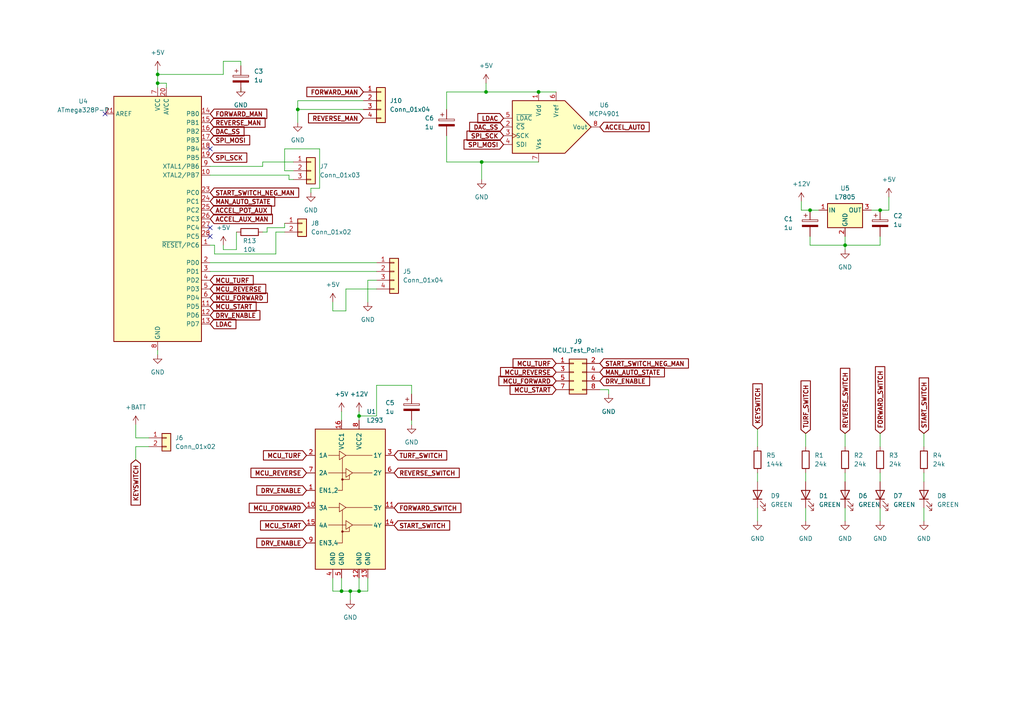
<source format=kicad_sch>
(kicad_sch (version 20230121) (generator eeschema)
  (paper "A4")
  (lib_symbols
    (symbol "Analog_DAC:MCP4901" (pin_names (offset 1.016))
      (property "Reference" "U" (at 6.35 10.795 0))
      (property "Value" "MCP4901" (at 6.35 8.89 0))
      (symbol "MCP4901_0_0"
        (polyline (pts (xy 15.24 0) (xy 7.62 7.62) (xy -7.62 7.62) (xy -7.62 -7.62) (xy 7.62 -7.62) (xy 15.24 0)) (stroke (width 0.254)) (fill (type background)))
      )
      (symbol "MCP4901_1_1"
        (pin power_in line (at 0 10.16 270) (length 2.54) (name "Vdd") (number "1"))
        (pin input line (at -10.16 0 0) (length 2.54) (name "~{CS}") (number "2"))
        (pin input clock (at -10.16 -2.54 0) (length 2.54) (name "SCK") (number "3"))
        (pin input line (at -10.16 -5.08 0) (length 2.54) (name "SDI") (number "4"))
        (pin input line (at -10.16 2.54 0) (length 2.54) (name "~{LDAC}") (number "5"))
        (pin power_in line (at 5.08 10.16 270) (length 2.54) (name "Vref") (number "6"))
        (pin power_in line (at 0 -10.16 90) (length 2.54) (name "Vss") (number "7"))
        (pin output line (at 17.78 0 180) (length 2.54) (name "Vout") (number "8"))
      )
    )
    (symbol "Connector_Generic:Conn_01x02" (pin_names (offset 1.016) hide)
      (property "Reference" "J" (at 0 2.54 0))
      (property "Value" "Conn_01x02" (at 0 -5.08 0))
      (symbol "Conn_01x02_1_1"
        (rectangle (start -1.27 -2.413) (end 0 -2.667) (stroke (width 0.1524)))
        (rectangle (start -1.27 0.127) (end 0 -0.127) (stroke (width 0.1524)))
        (rectangle (start -1.27 1.27) (end 1.27 -3.81) (stroke (width 0.254)) (fill (type background)))
        (pin passive line (at -5.08 0 0) (length 3.81) (name "Pin_1") (number "1"))
        (pin passive line (at -5.08 -2.54 0) (length 3.81) (name "Pin_2") (number "2"))
      )
    )
    (symbol "Connector_Generic:Conn_01x03" (pin_names (offset 1.016) hide)
      (property "Reference" "J" (at 0 5.08 0))
      (property "Value" "Conn_01x03" (at 0 -5.08 0))
      (symbol "Conn_01x03_1_1"
        (rectangle (start -1.27 -2.413) (end 0 -2.667) (stroke (width 0.1524)))
        (rectangle (start -1.27 0.127) (end 0 -0.127) (stroke (width 0.1524)))
        (rectangle (start -1.27 2.667) (end 0 2.413) (stroke (width 0.1524)))
        (rectangle (start -1.27 3.81) (end 1.27 -3.81) (stroke (width 0.254)) (fill (type background)))
        (pin passive line (at -5.08 2.54 0) (length 3.81) (name "Pin_1") (number "1"))
        (pin passive line (at -5.08 0 0) (length 3.81) (name "Pin_2") (number "2"))
        (pin passive line (at -5.08 -2.54 0) (length 3.81) (name "Pin_3") (number "3"))
      )
    )
    (symbol "Connector_Generic:Conn_01x04" (pin_names (offset 1.016) hide)
      (property "Reference" "J" (at 0 5.08 0))
      (property "Value" "Conn_01x04" (at 0 -7.62 0))
      (symbol "Conn_01x04_1_1"
        (rectangle (start -1.27 -4.953) (end 0 -5.207) (stroke (width 0.1524)))
        (rectangle (start -1.27 -2.413) (end 0 -2.667) (stroke (width 0.1524)))
        (rectangle (start -1.27 0.127) (end 0 -0.127) (stroke (width 0.1524)))
        (rectangle (start -1.27 2.667) (end 0 2.413) (stroke (width 0.1524)))
        (rectangle (start -1.27 3.81) (end 1.27 -6.35) (stroke (width 0.254)) (fill (type background)))
        (pin passive line (at -5.08 2.54 0) (length 3.81) (name "Pin_1") (number "1"))
        (pin passive line (at -5.08 0 0) (length 3.81) (name "Pin_2") (number "2"))
        (pin passive line (at -5.08 -2.54 0) (length 3.81) (name "Pin_3") (number "3"))
        (pin passive line (at -5.08 -5.08 0) (length 3.81) (name "Pin_4") (number "4"))
      )
    )
    (symbol "Connector_Generic:Conn_02x04_Odd_Even" (pin_names (offset 1.016) hide)
      (property "Reference" "J" (at 1.27 5.08 0))
      (property "Value" "Conn_02x04_Odd_Even" (at 1.27 -7.62 0))
      (symbol "Conn_02x04_Odd_Even_1_1"
        (rectangle (start -1.27 -4.953) (end 0 -5.207) (stroke (width 0.1524)))
        (rectangle (start -1.27 -2.413) (end 0 -2.667) (stroke (width 0.1524)))
        (rectangle (start -1.27 0.127) (end 0 -0.127) (stroke (width 0.1524)))
        (rectangle (start -1.27 2.667) (end 0 2.413) (stroke (width 0.1524)))
        (rectangle (start -1.27 3.81) (end 3.81 -6.35) (stroke (width 0.254)) (fill (type background)))
        (rectangle (start 3.81 -4.953) (end 2.54 -5.207) (stroke (width 0.1524)))
        (rectangle (start 3.81 -2.413) (end 2.54 -2.667) (stroke (width 0.1524)))
        (rectangle (start 3.81 0.127) (end 2.54 -0.127) (stroke (width 0.1524)))
        (rectangle (start 3.81 2.667) (end 2.54 2.413) (stroke (width 0.1524)))
        (pin passive line (at -5.08 2.54 0) (length 3.81) (name "Pin_1") (number "1"))
        (pin passive line (at 7.62 2.54 180) (length 3.81) (name "Pin_2") (number "2"))
        (pin passive line (at -5.08 0 0) (length 3.81) (name "Pin_3") (number "3"))
        (pin passive line (at 7.62 0 180) (length 3.81) (name "Pin_4") (number "4"))
        (pin passive line (at -5.08 -2.54 0) (length 3.81) (name "Pin_5") (number "5"))
        (pin passive line (at 7.62 -2.54 180) (length 3.81) (name "Pin_6") (number "6"))
        (pin passive line (at -5.08 -5.08 0) (length 3.81) (name "Pin_7") (number "7"))
        (pin passive line (at 7.62 -5.08 180) (length 3.81) (name "Pin_8") (number "8"))
      )
    )
    (symbol "Device:C_Polarized" (pin_numbers hide) (pin_names (offset 0.254))
      (property "Reference" "C" (at 0.635 2.54 0))
      (property "Value" "C_Polarized" (at 0.635 -2.54 0))
      (symbol "C_Polarized_0_1"
        (rectangle (start -2.286 0.508) (end 2.286 1.016))
        (polyline (pts (xy -1.778 2.286) (xy -0.762 2.286)))
        (polyline (pts (xy -1.27 2.794) (xy -1.27 1.778)))
        (rectangle (start 2.286 -0.508) (end -2.286 -1.016) (fill (type outline)))
      )
      (symbol "C_Polarized_1_1"
        (pin passive line (at 0 3.81 270) (length 2.794) (name "~") (number "1"))
        (pin passive line (at 0 -3.81 90) (length 2.794) (name "~") (number "2"))
      )
    )
    (symbol "Device:LED" (pin_numbers hide) (pin_names (offset 1.016) hide)
      (property "Reference" "D" (at 0 2.54 0))
      (property "Value" "LED" (at 0 -2.54 0))
      (symbol "LED_0_1"
        (polyline (pts (xy -1.27 -1.27) (xy -1.27 1.27)) (stroke (width 0.254)))
        (polyline (pts (xy -1.27 0) (xy 1.27 0)))
        (polyline (pts (xy 1.27 -1.27) (xy 1.27 1.27) (xy -1.27 0) (xy 1.27 -1.27)) (stroke (width 0.254)))
        (polyline (pts (xy -3.048 -0.762) (xy -4.572 -2.286) (xy -3.81 -2.286) (xy -4.572 -2.286) (xy -4.572 -1.524)))
        (polyline (pts (xy -1.778 -0.762) (xy -3.302 -2.286) (xy -2.54 -2.286) (xy -3.302 -2.286) (xy -3.302 -1.524)))
      )
      (symbol "LED_1_1"
        (pin passive line (at -3.81 0 0) (length 2.54) (name "K") (number "1"))
        (pin passive line (at 3.81 0 180) (length 2.54) (name "A") (number "2"))
      )
    )
    (symbol "Device:R" (pin_numbers hide) (pin_names (offset 0))
      (property "Reference" "R" (at 2.032 0 90))
      (property "Value" "R" (at 0 0 90))
      (symbol "R_0_1"
        (rectangle (start -1.016 -2.54) (end 1.016 2.54) (stroke (width 0.254)))
      )
      (symbol "R_1_1"
        (pin passive line (at 0 3.81 270) (length 1.27) (name "~") (number "1"))
        (pin passive line (at 0 -3.81 90) (length 1.27) (name "~") (number "2"))
      )
    )
    (symbol "Driver_Motor:L293" (pin_names (offset 1.016))
      (property "Reference" "U" (at -5.08 26.035 0))
      (property "Value" "L293" (at -5.08 24.13 0))
      (symbol "L293_0_1"
        (rectangle (start -10.16 22.86) (end 10.16 -17.78) (stroke (width 0.254)) (fill (type background)))
        (circle (center -2.286 -6.858) (radius 0.254) (fill (type outline)))
        (circle (center -2.286 8.255) (radius 0.254) (fill (type outline)))
        (polyline (pts (xy -6.35 -4.953) (xy -1.27 -4.953)))
        (polyline (pts (xy -6.35 0.127) (xy -3.175 0.127)))
        (polyline (pts (xy -6.35 10.16) (xy -1.27 10.16)))
        (polyline (pts (xy -6.35 15.24) (xy -3.175 15.24)))
        (polyline (pts (xy -1.27 0.127) (xy 6.35 0.127)))
        (polyline (pts (xy -1.27 15.24) (xy 6.35 15.24)))
        (polyline (pts (xy 0.635 -4.953) (xy 6.35 -4.953)))
        (polyline (pts (xy 0.635 10.16) (xy 6.35 10.16)))
        (polyline (pts (xy -2.286 -6.858) (xy -0.254 -6.858) (xy -0.254 -5.588)))
        (polyline (pts (xy -2.286 -0.635) (xy -2.286 -10.16) (xy -3.556 -10.16)))
        (polyline (pts (xy -2.286 8.255) (xy -0.254 8.255) (xy -0.254 9.525)))
        (polyline (pts (xy -2.286 14.478) (xy -2.286 5.08) (xy -3.556 5.08)))
        (polyline (pts (xy -3.175 1.397) (xy -3.175 -1.143) (xy -1.27 0.127) (xy -3.175 1.397)))
        (polyline (pts (xy -3.175 16.51) (xy -3.175 13.97) (xy -1.27 15.24) (xy -3.175 16.51)))
        (polyline (pts (xy -1.27 -3.683) (xy -1.27 -6.223) (xy 0.635 -4.953) (xy -1.27 -3.683)))
        (polyline (pts (xy -1.27 11.43) (xy -1.27 8.89) (xy 0.635 10.16) (xy -1.27 11.43)))
      )
      (symbol "L293_1_1"
        (pin input line (at -12.7 5.08 0) (length 2.54) (name "EN1,2") (number "1"))
        (pin input line (at -12.7 0 0) (length 2.54) (name "3A") (number "10"))
        (pin output line (at 12.7 0 180) (length 2.54) (name "3Y") (number "11"))
        (pin power_in line (at 2.54 -20.32 90) (length 2.54) (name "GND") (number "12"))
        (pin power_in line (at 5.08 -20.32 90) (length 2.54) (name "GND") (number "13"))
        (pin output line (at 12.7 -5.08 180) (length 2.54) (name "4Y") (number "14"))
        (pin input line (at -12.7 -5.08 0) (length 2.54) (name "4A") (number "15"))
        (pin power_in line (at -2.54 25.4 270) (length 2.54) (name "VCC1") (number "16"))
        (pin input line (at -12.7 15.24 0) (length 2.54) (name "1A") (number "2"))
        (pin output line (at 12.7 15.24 180) (length 2.54) (name "1Y") (number "3"))
        (pin power_in line (at -5.08 -20.32 90) (length 2.54) (name "GND") (number "4"))
        (pin power_in line (at -2.54 -20.32 90) (length 2.54) (name "GND") (number "5"))
        (pin output line (at 12.7 10.16 180) (length 2.54) (name "2Y") (number "6"))
        (pin input line (at -12.7 10.16 0) (length 2.54) (name "2A") (number "7"))
        (pin power_in line (at 2.54 25.4 270) (length 2.54) (name "VCC2") (number "8"))
        (pin input line (at -12.7 -10.16 0) (length 2.54) (name "EN3,4") (number "9"))
      )
    )
    (symbol "MCU_Microchip_ATmega:ATmega328P-P"
      (property "Reference" "U" (at -12.7 36.83 0))
      (property "Value" "ATmega328P-P" (at 2.54 -36.83 0))
      (symbol "ATmega328P-P_0_1"
        (rectangle (start -12.7 -35.56) (end 12.7 35.56) (stroke (width 0.254)) (fill (type background)))
      )
      (symbol "ATmega328P-P_1_1"
        (pin bidirectional line (at 15.24 -7.62 180) (length 2.54) (name "~{RESET}/PC6") (number "1"))
        (pin bidirectional line (at 15.24 12.7 180) (length 2.54) (name "XTAL2/PB7") (number "10"))
        (pin bidirectional line (at 15.24 -25.4 180) (length 2.54) (name "PD5") (number "11"))
        (pin bidirectional line (at 15.24 -27.94 180) (length 2.54) (name "PD6") (number "12"))
        (pin bidirectional line (at 15.24 -30.48 180) (length 2.54) (name "PD7") (number "13"))
        (pin bidirectional line (at 15.24 30.48 180) (length 2.54) (name "PB0") (number "14"))
        (pin bidirectional line (at 15.24 27.94 180) (length 2.54) (name "PB1") (number "15"))
        (pin bidirectional line (at 15.24 25.4 180) (length 2.54) (name "PB2") (number "16"))
        (pin bidirectional line (at 15.24 22.86 180) (length 2.54) (name "PB3") (number "17"))
        (pin bidirectional line (at 15.24 20.32 180) (length 2.54) (name "PB4") (number "18"))
        (pin bidirectional line (at 15.24 17.78 180) (length 2.54) (name "PB5") (number "19"))
        (pin bidirectional line (at 15.24 -12.7 180) (length 2.54) (name "PD0") (number "2"))
        (pin power_in line (at 2.54 38.1 270) (length 2.54) (name "AVCC") (number "20"))
        (pin passive line (at -15.24 30.48 0) (length 2.54) (name "AREF") (number "21"))
        (pin passive line (at 0 -38.1 90) (length 2.54) hide (name "GND") (number "22"))
        (pin bidirectional line (at 15.24 7.62 180) (length 2.54) (name "PC0") (number "23"))
        (pin bidirectional line (at 15.24 5.08 180) (length 2.54) (name "PC1") (number "24"))
        (pin bidirectional line (at 15.24 2.54 180) (length 2.54) (name "PC2") (number "25"))
        (pin bidirectional line (at 15.24 0 180) (length 2.54) (name "PC3") (number "26"))
        (pin bidirectional line (at 15.24 -2.54 180) (length 2.54) (name "PC4") (number "27"))
        (pin bidirectional line (at 15.24 -5.08 180) (length 2.54) (name "PC5") (number "28"))
        (pin bidirectional line (at 15.24 -15.24 180) (length 2.54) (name "PD1") (number "3"))
        (pin bidirectional line (at 15.24 -17.78 180) (length 2.54) (name "PD2") (number "4"))
        (pin bidirectional line (at 15.24 -20.32 180) (length 2.54) (name "PD3") (number "5"))
        (pin bidirectional line (at 15.24 -22.86 180) (length 2.54) (name "PD4") (number "6"))
        (pin power_in line (at 0 38.1 270) (length 2.54) (name "VCC") (number "7"))
        (pin power_in line (at 0 -38.1 90) (length 2.54) (name "GND") (number "8"))
        (pin bidirectional line (at 15.24 15.24 180) (length 2.54) (name "XTAL1/PB6") (number "9"))
      )
    )
    (symbol "Regulator_Linear:L7805" (pin_names (offset 0.254))
      (property "Reference" "U" (at -3.81 3.175 0))
      (property "Value" "L7805" (at 0 3.175 0))
      (symbol "L7805_0_1"
        (rectangle (start -5.08 1.905) (end 5.08 -5.08) (stroke (width 0.254)) (fill (type background)))
      )
      (symbol "L7805_1_1"
        (pin power_in line (at -7.62 0 0) (length 2.54) (name "IN") (number "1"))
        (pin power_in line (at 0 -7.62 90) (length 2.54) (name "GND") (number "2"))
        (pin power_out line (at 7.62 0 180) (length 2.54) (name "OUT") (number "3"))
      )
    )
    (symbol "power:+12V" (power) (pin_names (offset 0))
      (property "Value" "+12V" (at 0 3.556 0))
      (symbol "+12V_0_1"
        (polyline (pts (xy -0.762 1.27) (xy 0 2.54)))
        (polyline (pts (xy 0 0) (xy 0 2.54)))
        (polyline (pts (xy 0 2.54) (xy 0.762 1.27)))
      )
      (symbol "+12V_1_1"
        (pin power_in line (at 0 0 90) (length 0) hide (name "+12V") (number "1"))
      )
    )
    (symbol "power:+5V" (power) (pin_names (offset 0))
      (property "Value" "+5V" (at 0 3.556 0))
      (symbol "+5V_0_1"
        (polyline (pts (xy -0.762 1.27) (xy 0 2.54)))
        (polyline (pts (xy 0 0) (xy 0 2.54)))
        (polyline (pts (xy 0 2.54) (xy 0.762 1.27)))
      )
      (symbol "+5V_1_1"
        (pin power_in line (at 0 0 90) (length 0) hide (name "+5V") (number "1"))
      )
    )
    (symbol "power:+BATT" (power) (pin_names (offset 0))
      (property "Value" "+BATT" (at 0 3.556 0))
      (symbol "+BATT_0_1"
        (polyline (pts (xy -0.762 1.27) (xy 0 2.54)))
        (polyline (pts (xy 0 0) (xy 0 2.54)))
        (polyline (pts (xy 0 2.54) (xy 0.762 1.27)))
      )
      (symbol "+BATT_1_1"
        (pin power_in line (at 0 0 90) (length 0) hide (name "+BATT") (number "1"))
      )
    )
    (symbol "power:GND" (power) (pin_names (offset 0))
      (property "Value" "GND" (at 0 -3.81 0))
      (symbol "GND_0_1"
        (polyline (pts (xy 0 0) (xy 0 -1.27) (xy 1.27 -1.27) (xy 0 -2.54) (xy -1.27 -1.27) (xy 0 -1.27)))
      )
      (symbol "GND_1_1"
        (pin power_in line (at 0 0 270) (length 0) hide (name "GND") (number "1"))
      )
    )
  )
  (junction (at 101.6 171.45))
  (junction (at 139.7 46.99))
  (junction (at 104.14 171.45))
  (junction (at 45.72 24.13))
  (junction (at 45.72 21.59))
  (junction (at 255.27 60.96))
  (junction (at 140.97 26.67))
  (junction (at 86.36 31.75))
  (junction (at 104.14 120.65))
  (junction (at 99.06 171.45))
  (junction (at 156.21 26.67))
  (junction (at 245.11 71.12))
  (junction (at 234.95 60.96))
  (no_connect (at 60.96 66.04))
  (no_connect (at 60.96 43.18))
  (no_connect (at 60.96 68.58))
  (no_connect (at 30.48 33.02))
  (wire (pts (xy 232.41 60.96) (xy 234.95 60.96)))
  (wire (pts (xy 234.95 68.58) (xy 234.95 71.12)))
  (wire (pts (xy 245.11 71.12) (xy 245.11 72.39)))
  (wire (pts (xy 64.77 72.39) (xy 68.58 72.39)))
  (wire (pts (xy 85.09 49.53) (xy 82.55 49.53)))
  (wire (pts (xy 267.97 137.16) (xy 267.97 139.7)))
  (wire (pts (xy 45.72 21.59) (xy 64.77 21.59)))
  (wire (pts (xy 106.68 171.45) (xy 104.14 171.45)))
  (wire (pts (xy 234.95 71.12) (xy 245.11 71.12)))
  (wire (pts (xy 96.52 90.17) (xy 96.52 87.63)))
  (wire (pts (xy 139.7 46.99) (xy 156.21 46.99)))
  (wire (pts (xy 109.22 81.28) (xy 106.68 81.28)))
  (wire (pts (xy 234.95 60.96) (xy 237.49 60.96)))
  (wire (pts (xy 232.41 58.42) (xy 232.41 60.96)))
  (wire (pts (xy 86.36 31.75) (xy 86.36 35.56)))
  (wire (pts (xy 82.55 49.53) (xy 82.55 43.18)))
  (wire (pts (xy 255.27 137.16) (xy 255.27 139.7)))
  (wire (pts (xy 64.77 21.59) (xy 64.77 17.78)))
  (wire (pts (xy 39.37 123.19) (xy 39.37 127)))
  (wire (pts (xy 106.68 167.64) (xy 106.68 171.45)))
  (wire (pts (xy 140.97 26.67) (xy 129.54 26.67)))
  (wire (pts (xy 77.47 67.31) (xy 77.47 66.04)))
  (wire (pts (xy 39.37 129.54) (xy 39.37 133.35)))
  (wire (pts (xy 68.58 67.31) (xy 68.58 72.39)))
  (wire (pts (xy 104.14 120.65) (xy 109.22 120.65)))
  (wire (pts (xy 140.97 26.67) (xy 156.21 26.67)))
  (wire (pts (xy 173.99 113.03) (xy 176.53 113.03)))
  (wire (pts (xy 156.21 26.67) (xy 161.29 26.67)))
  (wire (pts (xy 104.14 119.38) (xy 104.14 120.65)))
  (wire (pts (xy 48.26 24.13) (xy 45.72 24.13)))
  (wire (pts (xy 219.71 137.16) (xy 219.71 139.7)))
  (wire (pts (xy 80.01 67.31) (xy 80.01 73.66)))
  (wire (pts (xy 96.52 167.64) (xy 96.52 171.45)))
  (wire (pts (xy 101.6 171.45) (xy 104.14 171.45)))
  (wire (pts (xy 119.38 121.92) (xy 119.38 123.19)))
  (wire (pts (xy 104.14 167.64) (xy 104.14 171.45)))
  (wire (pts (xy 60.96 50.8) (xy 83.82 50.8)))
  (wire (pts (xy 77.47 66.04) (xy 82.55 66.04)))
  (wire (pts (xy 83.82 50.8) (xy 83.82 52.07)))
  (wire (pts (xy 85.09 46.99) (xy 76.2 46.99)))
  (wire (pts (xy 101.6 171.45) (xy 101.6 173.99)))
  (wire (pts (xy 45.72 101.6) (xy 45.72 102.87)))
  (wire (pts (xy 43.18 129.54) (xy 39.37 129.54)))
  (wire (pts (xy 60.96 71.12) (xy 62.23 71.12)))
  (wire (pts (xy 45.72 21.59) (xy 45.72 24.13)))
  (wire (pts (xy 76.2 67.31) (xy 77.47 67.31)))
  (wire (pts (xy 76.2 46.99) (xy 76.2 48.26)))
  (wire (pts (xy 60.96 78.74) (xy 109.22 78.74)))
  (wire (pts (xy 245.11 129.54) (xy 245.11 125.73)))
  (wire (pts (xy 267.97 147.32) (xy 267.97 151.13)))
  (wire (pts (xy 255.27 68.58) (xy 255.27 71.12)))
  (wire (pts (xy 255.27 147.32) (xy 255.27 151.13)))
  (wire (pts (xy 92.71 54.61) (xy 90.17 54.61)))
  (wire (pts (xy 233.68 137.16) (xy 233.68 139.7)))
  (wire (pts (xy 100.33 90.17) (xy 96.52 90.17)))
  (wire (pts (xy 99.06 119.38) (xy 99.06 121.92)))
  (wire (pts (xy 105.41 29.21) (xy 86.36 29.21)))
  (wire (pts (xy 245.11 68.58) (xy 245.11 71.12)))
  (wire (pts (xy 99.06 171.45) (xy 101.6 171.45)))
  (wire (pts (xy 252.73 60.96) (xy 255.27 60.96)))
  (wire (pts (xy 245.11 137.16) (xy 245.11 139.7)))
  (wire (pts (xy 140.97 24.13) (xy 140.97 26.67)))
  (wire (pts (xy 106.68 81.28) (xy 106.68 87.63)))
  (wire (pts (xy 90.17 54.61) (xy 90.17 55.88)))
  (wire (pts (xy 104.14 120.65) (xy 104.14 121.92)))
  (wire (pts (xy 64.77 17.78) (xy 69.85 17.78)))
  (wire (pts (xy 267.97 129.54) (xy 267.97 125.73)))
  (wire (pts (xy 92.71 43.18) (xy 92.71 54.61)))
  (wire (pts (xy 129.54 39.37) (xy 129.54 46.99)))
  (wire (pts (xy 105.41 31.75) (xy 86.36 31.75)))
  (wire (pts (xy 139.7 52.07) (xy 139.7 46.99)))
  (wire (pts (xy 45.72 20.32) (xy 45.72 21.59)))
  (wire (pts (xy 69.85 17.78) (xy 69.85 19.05)))
  (wire (pts (xy 86.36 29.21) (xy 86.36 31.75)))
  (wire (pts (xy 45.72 24.13) (xy 45.72 25.4)))
  (wire (pts (xy 99.06 167.64) (xy 99.06 171.45)))
  (wire (pts (xy 96.52 171.45) (xy 99.06 171.45)))
  (wire (pts (xy 119.38 114.3) (xy 119.38 111.76)))
  (wire (pts (xy 82.55 66.04) (xy 82.55 64.77)))
  (wire (pts (xy 64.77 71.12) (xy 64.77 72.39)))
  (wire (pts (xy 255.27 60.96) (xy 257.81 60.96)))
  (wire (pts (xy 80.01 67.31) (xy 82.55 67.31)))
  (wire (pts (xy 233.68 129.54) (xy 233.68 125.73)))
  (wire (pts (xy 176.53 113.03) (xy 176.53 114.3)))
  (wire (pts (xy 60.96 76.2) (xy 109.22 76.2)))
  (wire (pts (xy 100.33 83.82) (xy 109.22 83.82)))
  (wire (pts (xy 39.37 127) (xy 43.18 127)))
  (wire (pts (xy 100.33 83.82) (xy 100.33 90.17)))
  (wire (pts (xy 255.27 129.54) (xy 255.27 125.73)))
  (wire (pts (xy 82.55 43.18) (xy 92.71 43.18)))
  (wire (pts (xy 129.54 31.75) (xy 129.54 26.67)))
  (wire (pts (xy 83.82 52.07) (xy 85.09 52.07)))
  (wire (pts (xy 62.23 73.66) (xy 80.01 73.66)))
  (wire (pts (xy 245.11 147.32) (xy 245.11 151.13)))
  (wire (pts (xy 119.38 111.76) (xy 109.22 111.76)))
  (wire (pts (xy 233.68 147.32) (xy 233.68 151.13)))
  (wire (pts (xy 76.2 48.26) (xy 60.96 48.26)))
  (wire (pts (xy 139.7 46.99) (xy 129.54 46.99)))
  (wire (pts (xy 219.71 124.46) (xy 219.71 129.54)))
  (wire (pts (xy 62.23 71.12) (xy 62.23 73.66)))
  (wire (pts (xy 255.27 71.12) (xy 245.11 71.12)))
  (wire (pts (xy 257.81 57.15) (xy 257.81 60.96)))
  (wire (pts (xy 48.26 25.4) (xy 48.26 24.13)))
  (wire (pts (xy 69.85 25.4) (xy 69.85 26.67)))
  (wire (pts (xy 109.22 111.76) (xy 109.22 120.65)))
  (wire (pts (xy 219.71 147.32) (xy 219.71 151.13)))
  (global_label "KEYSWITCH" (shape input) (at 219.71 124.46 90) (effects (font bold)) (property "Intersheetrefs" "${INTERSHEET_REFS}" (effects hide)))
  (global_label "MAN_AUTO_STATE" (shape input) (at 173.99 107.95 0) (effects (font bold)) (property "Intersheetrefs" "${INTERSHEET_REFS}" (effects hide)))
  (global_label "MCU_FORWARD" (shape input) (at 88.9 147.32 180) (effects (font (thickness 0.254) bold)) (property "Intersheetrefs" "${INTERSHEET_REFS}" (effects hide)))
  (global_label "DAC_SS" (shape input) (at 60.96 38.1 0) (effects (font (thickness 0.254) bold)) (property "Intersheetrefs" "${INTERSHEET_REFS}" (effects hide)))
  (global_label "FORWARD_SWITCH" (shape input) (at 114.3 147.32 0) (effects (font bold)) (property "Intersheetrefs" "${INTERSHEET_REFS}" (effects hide)))
  (global_label "MCU_START" (shape input) (at 60.96 88.9 0) (effects (font (thickness 0.254) bold)) (property "Intersheetrefs" "${INTERSHEET_REFS}" (effects hide)))
  (global_label "DRV_ENABLE" (shape input) (at 173.99 110.49 0) (effects (font bold)) (property "Intersheetrefs" "${INTERSHEET_REFS}" (effects hide)))
  (global_label "DRV_ENABLE" (shape input) (at 88.9 157.48 180) (effects (font bold)) (property "Intersheetrefs" "${INTERSHEET_REFS}" (effects hide)))
  (global_label "START_SWITCH_NEG_MAN" (shape input) (at 173.99 105.41 0) (effects (font (thickness 0.254) bold)) (property "Intersheetrefs" "${INTERSHEET_REFS}" (effects hide)))
  (global_label "MCU_START" (shape input) (at 161.29 113.03 180) (effects (font (thickness 0.254) bold)) (property "Intersheetrefs" "${INTERSHEET_REFS}" (effects hide)))
  (global_label "SPI_SCK" (shape input) (at 60.96 45.72 0) (effects (font (thickness 0.254) bold)) (property "Intersheetrefs" "${INTERSHEET_REFS}" (effects hide)))
  (global_label "FORWARD_SWITCH" (shape input) (at 255.27 125.73 90) (effects (font bold)) (property "Intersheetrefs" "${INTERSHEET_REFS}" (effects hide)))
  (global_label "FORWARD_MAN" (shape input) (at 60.96 33.02 0) (effects (font (thickness 0.254) bold)) (property "Intersheetrefs" "${INTERSHEET_REFS}" (effects hide)))
  (global_label "MCU_TURF" (shape input) (at 161.29 105.41 180) (effects (font (thickness 0.254) bold)) (property "Intersheetrefs" "${INTERSHEET_REFS}" (effects hide)))
  (global_label "TURF_SWITCH" (shape input) (at 233.68 125.73 90) (effects (font bold)) (property "Intersheetrefs" "${INTERSHEET_REFS}" (effects hide)))
  (global_label "MCU_FORWARD" (shape input) (at 161.29 110.49 180) (effects (font (thickness 0.254) bold)) (property "Intersheetrefs" "${INTERSHEET_REFS}" (effects hide)))
  (global_label "DRV_ENABLE" (shape input) (at 60.96 91.44 0) (effects (font bold)) (property "Intersheetrefs" "${INTERSHEET_REFS}" (effects hide)))
  (global_label "START_SWITCH_NEG_MAN" (shape input) (at 60.96 55.88 0) (effects (font (thickness 0.254) bold)) (property "Intersheetrefs" "${INTERSHEET_REFS}" (effects hide)))
  (global_label "KEYSWITCH" (shape input) (at 39.37 133.35 270) (effects (font bold)) (property "Intersheetrefs" "${INTERSHEET_REFS}" (effects hide)))
  (global_label "MCU_REVERSE" (shape input) (at 88.9 137.16 180) (effects (font (thickness 0.254) bold)) (property "Intersheetrefs" "${INTERSHEET_REFS}" (effects hide)))
  (global_label "LDAC" (shape input) (at 60.96 93.98 0) (effects (font (thickness 0.254) bold)) (property "Intersheetrefs" "${INTERSHEET_REFS}" (effects hide)))
  (global_label "REVERSE_MAN" (shape input) (at 105.41 34.29 180) (effects (font (thickness 0.254) bold)) (property "Intersheetrefs" "${INTERSHEET_REFS}" (effects hide)))
  (global_label "REVERSE_SWITCH" (shape input) (at 245.11 125.73 90) (effects (font bold)) (property "Intersheetrefs" "${INTERSHEET_REFS}" (effects hide)))
  (global_label "MCU_TURF" (shape input) (at 88.9 132.08 180) (effects (font (thickness 0.254) bold)) (property "Intersheetrefs" "${INTERSHEET_REFS}" (effects hide)))
  (global_label "MAN_AUTO_STATE" (shape input) (at 60.96 58.42 0) (effects (font bold)) (property "Intersheetrefs" "${INTERSHEET_REFS}" (effects hide)))
  (global_label "MCU_REVERSE" (shape input) (at 161.29 107.95 180) (effects (font (thickness 0.254) bold)) (property "Intersheetrefs" "${INTERSHEET_REFS}" (effects hide)))
  (global_label "REVERSE_SWITCH" (shape input) (at 114.3 137.16 0) (effects (font bold)) (property "Intersheetrefs" "${INTERSHEET_REFS}" (effects hide)))
  (global_label "START_SWITCH" (shape input) (at 114.3 152.4 0) (effects (font (thickness 0.254) bold)) (property "Intersheetrefs" "${INTERSHEET_REFS}" (effects hide)))
  (global_label "ACCEL_AUTO" (shape input) (at 173.99 36.83 0) (effects (font (thickness 0.254) bold)) (property "Intersheetrefs" "${INTERSHEET_REFS}" (effects hide)))
  (global_label "REVERSE_MAN" (shape input) (at 60.96 35.56 0) (effects (font (thickness 0.254) bold)) (property "Intersheetrefs" "${INTERSHEET_REFS}" (effects hide)))
  (global_label "FORWARD_MAN" (shape input) (at 105.41 26.67 180) (effects (font (thickness 0.254) bold)) (property "Intersheetrefs" "${INTERSHEET_REFS}" (effects hide)))
  (global_label "TURF_SWITCH" (shape input) (at 114.3 132.08 0) (effects (font bold)) (property "Intersheetrefs" "${INTERSHEET_REFS}" (effects hide)))
  (global_label "SPI_MOSI" (shape input) (at 146.05 41.91 180) (effects (font (thickness 0.254) bold)) (property "Intersheetrefs" "${INTERSHEET_REFS}" (effects hide)))
  (global_label "MCU_FORWARD" (shape input) (at 60.96 86.36 0) (effects (font (thickness 0.254) bold)) (property "Intersheetrefs" "${INTERSHEET_REFS}" (effects hide)))
  (global_label "MCU_TURF" (shape input) (at 60.96 81.28 0) (effects (font (thickness 0.254) bold)) (property "Intersheetrefs" "${INTERSHEET_REFS}" (effects hide)))
  (global_label "DRV_ENABLE" (shape input) (at 88.9 142.24 180) (effects (font bold)) (property "Intersheetrefs" "${INTERSHEET_REFS}" (effects hide)))
  (global_label "SPI_MOSI" (shape input) (at 60.96 40.64 0) (effects (font (thickness 0.254) bold)) (property "Intersheetrefs" "${INTERSHEET_REFS}" (effects hide)))
  (global_label "DAC_SS" (shape input) (at 146.05 36.83 180) (effects (font (thickness 0.254) bold)) (property "Intersheetrefs" "${INTERSHEET_REFS}" (effects hide)))
  (global_label "ACCEL_POT_AUX" (shape input) (at 60.96 60.96 0) (effects (font bold)) (property "Intersheetrefs" "${INTERSHEET_REFS}" (effects hide)))
  (global_label "START_SWITCH" (shape input) (at 267.97 125.73 90) (effects (font (thickness 0.254) bold)) (property "Intersheetrefs" "${INTERSHEET_REFS}" (effects hide)))
  (global_label "SPI_SCK" (shape input) (at 146.05 39.37 180) (effects (font (thickness 0.254) bold)) (property "Intersheetrefs" "${INTERSHEET_REFS}" (effects hide)))
  (global_label "MCU_REVERSE" (shape input) (at 60.96 83.82 0) (effects (font (thickness 0.254) bold)) (property "Intersheetrefs" "${INTERSHEET_REFS}" (effects hide)))
  (global_label "LDAC" (shape input) (at 146.05 34.29 180) (effects (font (thickness 0.254) bold)) (property "Intersheetrefs" "${INTERSHEET_REFS}" (effects hide)))
  (global_label "MCU_START" (shape input) (at 88.9 152.4 180) (effects (font (thickness 0.254) bold)) (property "Intersheetrefs" "${INTERSHEET_REFS}" (effects hide)))
  (global_label "ACCEL_AUX_MAN" (shape input) (at 60.96 63.5 0) (effects (font (thickness 0.254) bold)) (property "Intersheetrefs" "${INTERSHEET_REFS}" (effects hide)))
  (symbol (lib_id "Device:C_Polarized") (at 119.38 118.11 0) (unit 1)
    (property "Reference" "C5" (at 111.76 116.84 0) (effects (justify left)))
    (property "Value" "1u" (at 111.76 119.38 0) (effects (justify left)))
    (property "Footprint" "Capacitor_THT:CP_Radial_D5.0mm_P2.00mm" (effects hide))
  )
  (symbol (lib_id "Device:C_Polarized") (at 129.54 35.56 0) (unit 1)
    (property "Reference" "C6" (at 123.19 34.29 0) (effects (justify left)))
    (property "Value" "1u" (at 123.19 36.83 0) (effects (justify left)))
    (property "Footprint" "Capacitor_THT:CP_Radial_D5.0mm_P2.00mm" (effects hide))
  )
  (symbol (lib_id "Device:LED") (at 255.27 143.51 90) (unit 1)
    (property "Reference" "D7" (at 259.08 143.8275 90) (effects (justify right)))
    (property "Value" "GREEN" (at 259.08 146.3675 90) (effects (justify right)))
    (property "Footprint" "LED_THT:LED_D5.0mm" (effects hide))
  )
  (symbol (lib_id "power:GND") (at 139.7 52.07 0) (unit 1)
    (property "Reference" "#PWR043" (effects hide))
    (property "Value" "GND" (at 139.7 57.15 0))
  )
  (symbol (lib_id "Connector_Generic:Conn_01x03") (at 90.17 49.53 0) (unit 1)
    (property "Reference" "J7" (at 92.71 48.26 0) (effects (justify left)))
    (property "Value" "Conn_01x03" (at 92.71 50.8 0) (effects (justify left)))
    (property "Footprint" "Connector_PinHeader_2.54mm:PinHeader_1x03_P2.54mm_Vertical" (effects hide))
  )
  (symbol (lib_id "power:GND") (at 219.71 151.13 0) (unit 1)
    (property "Reference" "#PWR042" (effects hide))
    (property "Value" "GND" (at 219.71 156.21 0))
  )
  (symbol (lib_id "power:+BATT") (at 39.37 123.19 0) (unit 1)
    (property "Reference" "#PWR015" (effects hide))
    (property "Value" "+BATT" (at 39.37 118.11 0))
  )
  (symbol (lib_id "Connector_Generic:Conn_01x02") (at 87.63 64.77 0) (unit 1)
    (property "Reference" "J8" (at 90.17 64.77 0) (effects (justify left)))
    (property "Value" "Conn_01x02" (at 90.17 67.31 0) (effects (justify left)))
    (property "Footprint" "Connector_PinHeader_2.54mm:PinHeader_1x02_P2.54mm_Vertical" (effects hide))
  )
  (symbol (lib_id "Device:R") (at 255.27 133.35 0) (unit 1)
    (property "Reference" "R3" (at 257.81 132.08 0) (effects (justify left)))
    (property "Value" "24k" (at 257.81 134.62 0) (effects (justify left)))
    (property "Footprint" "bridge:THT_RESISTOR_WITH_VALUE" (effects hide))
  )
  (symbol (lib_id "Device:R") (at 72.39 67.31 270) (mirror x) (unit 1)
    (property "Reference" "R13" (at 72.39 69.85 90))
    (property "Value" "10k" (at 72.39 72.39 90))
    (property "Footprint" "bridge:THT_RESISTOR_WITH_VALUE" (effects hide))
  )
  (symbol (lib_id "power:+5V") (at 99.06 119.38 0) (unit 1)
    (property "Reference" "#PWR017" (effects hide))
    (property "Value" "+5V" (at 99.06 114.3 0))
  )
  (symbol (lib_id "Device:LED") (at 219.71 143.51 90) (unit 1)
    (property "Reference" "D9" (at 223.52 143.8275 90) (effects (justify right)))
    (property "Value" "GREEN" (at 223.52 146.3675 90) (effects (justify right)))
    (property "Footprint" "LED_THT:LED_D5.0mm" (effects hide))
  )
  (symbol (lib_id "power:+5V") (at 64.77 71.12 0) (mirror y) (unit 1)
    (property "Reference" "#PWR013" (effects hide))
    (property "Value" "+5V" (at 64.77 66.04 0))
  )
  (symbol (lib_id "MCU_Microchip_ATmega:ATmega328P-P") (at 45.72 63.5 0) (unit 1)
    (property "Reference" "U4" (at 24.13 29.3721 0))
    (property "Value" "ATmega328P-P" (at 24.13 31.9121 0))
    (property "Footprint" "Package_DIP:DIP-28_W7.62mm" (effects hide))
    (property "Datasheet" "http://ww1.microchip.com/downloads/en/DeviceDoc/ATmega328_P%20AVR%20MCU%20with%20picoPower%20Technology%20Data%20Sheet%2040001984A.pdf" (effects hide))
  )
  (symbol (lib_id "power:+5V") (at 140.97 24.13 0) (unit 1)
    (property "Reference" "#PWR028" (effects hide))
    (property "Value" "+5V" (at 140.97 19.05 0))
  )
  (symbol (lib_id "power:GND") (at 106.68 87.63 0) (unit 1)
    (property "Reference" "#PWR032" (effects hide))
    (property "Value" "GND" (at 106.68 92.71 0))
  )
  (symbol (lib_id "power:GND") (at 45.72 102.87 0) (unit 1)
    (property "Reference" "#PWR014" (effects hide))
    (property "Value" "GND" (at 45.72 107.95 0))
  )
  (symbol (lib_id "power:GND") (at 233.68 151.13 0) (unit 1)
    (property "Reference" "#PWR037" (effects hide))
    (property "Value" "GND" (at 233.68 156.21 0))
  )
  (symbol (lib_id "Device:R") (at 267.97 133.35 0) (unit 1)
    (property "Reference" "R4" (at 270.51 132.08 0) (effects (justify left)))
    (property "Value" "24k" (at 270.51 134.62 0) (effects (justify left)))
    (property "Footprint" "bridge:THT_RESISTOR_WITH_VALUE" (effects hide))
  )
  (symbol (lib_id "power:GND") (at 245.11 72.39 0) (unit 1)
    (property "Reference" "#PWR05" (effects hide))
    (property "Value" "GND" (at 245.11 77.47 0))
  )
  (symbol (lib_id "power:GND") (at 90.17 55.88 0) (unit 1)
    (property "Reference" "#PWR033" (effects hide))
    (property "Value" "GND" (at 90.17 60.96 0))
  )
  (symbol (lib_id "Device:LED") (at 267.97 143.51 90) (unit 1)
    (property "Reference" "D8" (at 271.78 143.8275 90) (effects (justify right)))
    (property "Value" "GREEN" (at 271.78 146.3675 90) (effects (justify right)))
    (property "Footprint" "LED_THT:LED_D5.0mm" (effects hide))
  )
  (symbol (lib_id "power:+12V") (at 232.41 58.42 0) (unit 1)
    (property "Reference" "#PWR035" (effects hide))
    (property "Value" "+12V" (at 232.41 53.34 0))
  )
  (symbol (lib_id "Device:R") (at 233.68 133.35 0) (unit 1)
    (property "Reference" "R1" (at 236.22 132.08 0) (effects (justify left)))
    (property "Value" "24k" (at 236.22 134.62 0) (effects (justify left)))
    (property "Footprint" "bridge:THT_RESISTOR_WITH_VALUE" (effects hide))
  )
  (symbol (lib_id "power:GND") (at 255.27 151.13 0) (unit 1)
    (property "Reference" "#PWR039" (effects hide))
    (property "Value" "GND" (at 255.27 156.21 0))
  )
  (symbol (lib_id "Connector_Generic:Conn_01x04") (at 114.3 78.74 0) (unit 1)
    (property "Reference" "J5" (at 116.84 78.74 0) (effects (justify left)))
    (property "Value" "Conn_01x04" (at 116.84 81.28 0) (effects (justify left)))
    (property "Footprint" "Connector_PinHeader_2.54mm:PinHeader_1x04_P2.54mm_Vertical" (effects hide))
  )
  (symbol (lib_id "power:GND") (at 176.53 114.3 0) (unit 1)
    (property "Reference" "#PWR019" (effects hide))
    (property "Value" "GND" (at 176.53 119.38 0))
  )
  (symbol (lib_id "Device:C_Polarized") (at 69.85 22.86 0) (unit 1)
    (property "Reference" "C3" (at 73.66 20.701 0) (effects (justify left)))
    (property "Value" "1u" (at 73.66 23.241 0) (effects (justify left)))
    (property "Footprint" "Capacitor_THT:CP_Radial_D5.0mm_P2.00mm" (effects hide))
  )
  (symbol (lib_id "Device:LED") (at 233.68 143.51 90) (unit 1)
    (property "Reference" "D1" (at 237.49 143.8275 90) (effects (justify right)))
    (property "Value" "GREEN" (at 237.49 146.3675 90) (effects (justify right)))
    (property "Footprint" "LED_THT:LED_D5.0mm" (effects hide))
  )
  (symbol (lib_id "Analog_DAC:MCP4901") (at 156.21 36.83 0) (unit 1)
    (property "Reference" "U6" (at 175.26 30.48 0))
    (property "Value" "MCP4901" (at 175.26 33.02 0))
    (property "Datasheet" "http://ww1.microchip.com/downloads/en/DeviceDoc/22248a.pdf" (effects hide))
  )
  (symbol (lib_id "Device:R") (at 219.71 133.35 0) (unit 1)
    (property "Reference" "R5" (at 222.25 132.08 0) (effects (justify left)))
    (property "Value" "144k" (at 222.25 134.62 0) (effects (justify left)))
    (property "Footprint" "bridge:THT_RESISTOR_WITH_VALUE" (effects hide))
  )
  (symbol (lib_id "power:+5V") (at 45.72 20.32 0) (unit 1)
    (property "Reference" "#PWR031" (effects hide))
    (property "Value" "+5V" (at 45.72 15.24 0))
  )
  (symbol (lib_id "Regulator_Linear:L7805") (at 245.11 60.96 0) (unit 1)
    (property "Reference" "U5" (at 245.11 54.61 0))
    (property "Value" "L7805" (at 245.11 57.15 0))
    (property "Footprint" "Package_TO_SOT_THT:TO-220-3_Horizontal_TabDown" (effects hide))
    (property "Datasheet" "http://www.st.com/content/ccc/resource/technical/document/datasheet/41/4f/b3/b0/12/d4/47/88/CD00000444.pdf/files/CD00000444.pdf/jcr:content/translations/en.CD00000444.pdf" (effects hide))
  )
  (symbol (lib_id "power:GND") (at 69.85 25.4 0) (unit 1)
    (property "Reference" "#PWR036" (effects hide))
    (property "Value" "GND" (at 69.85 30.48 0))
  )
  (symbol (lib_id "Connector_Generic:Conn_01x04") (at 110.49 29.21 0) (unit 1)
    (property "Reference" "J10" (at 113.03 29.21 0) (effects (justify left)))
    (property "Value" "Conn_01x04" (at 113.03 31.75 0) (effects (justify left)))
  )
  (symbol (lib_id "power:GND") (at 101.6 173.99 0) (unit 1)
    (property "Reference" "#PWR016" (effects hide))
    (property "Value" "GND" (at 101.6 179.07 0))
  )
  (symbol (lib_id "power:+5V") (at 257.81 57.15 0) (unit 1)
    (property "Reference" "#PWR010" (effects hide))
    (property "Value" "+5V" (at 257.81 52.07 0))
  )
  (symbol (lib_id "Device:C_Polarized") (at 234.95 64.77 0) (unit 1)
    (property "Reference" "C1" (at 227.33 63.5 0) (effects (justify left)))
    (property "Value" "1u" (at 227.33 66.04 0) (effects (justify left)))
    (property "Footprint" "Capacitor_THT:CP_Radial_D5.0mm_P2.00mm" (effects hide))
  )
  (symbol (lib_id "Device:C_Polarized") (at 255.27 64.77 0) (unit 1)
    (property "Reference" "C2" (at 259.08 62.611 0) (effects (justify left)))
    (property "Value" "1u" (at 259.08 65.151 0) (effects (justify left)))
    (property "Footprint" "Capacitor_THT:CP_Radial_D5.0mm_P2.00mm" (effects hide))
  )
  (symbol (lib_id "power:GND") (at 267.97 151.13 0) (unit 1)
    (property "Reference" "#PWR040" (effects hide))
    (property "Value" "GND" (at 267.97 156.21 0))
  )
  (symbol (lib_id "power:GND") (at 245.11 151.13 0) (unit 1)
    (property "Reference" "#PWR038" (effects hide))
    (property "Value" "GND" (at 245.11 156.21 0))
  )
  (symbol (lib_id "power:GND") (at 86.36 35.56 0) (unit 1)
    (property "Reference" "#PWR029" (effects hide))
    (property "Value" "GND" (at 86.36 40.64 0))
  )
  (symbol (lib_id "power:+5V") (at 96.52 87.63 0) (mirror y) (unit 1)
    (property "Reference" "#PWR034" (effects hide))
    (property "Value" "+5V" (at 96.52 82.55 0))
  )
  (symbol (lib_id "power:GND") (at 119.38 123.19 0) (unit 1)
    (property "Reference" "#PWR041" (effects hide))
    (property "Value" "GND" (at 119.38 128.27 0))
  )
  (symbol (lib_id "Connector_Generic:Conn_02x04_Odd_Even") (at 166.37 107.95 0) (unit 1)
    (property "Reference" "J9" (at 167.64 99.06 0))
    (property "Value" "MCU_Test_Point" (at 167.64 101.6 0))
    (property "Footprint" "Connector_PinHeader_2.54mm:PinHeader_2x04_P2.54mm_Vertical" (effects hide))
  )
  (symbol (lib_id "Device:LED") (at 245.11 143.51 90) (unit 1)
    (property "Reference" "D6" (at 248.92 143.8275 90) (effects (justify right)))
    (property "Value" "GREEN" (at 248.92 146.3675 90) (effects (justify right)))
    (property "Footprint" "LED_THT:LED_D5.0mm" (effects hide))
  )
  (symbol (lib_id "Device:R") (at 245.11 133.35 0) (unit 1)
    (property "Reference" "R2" (at 247.65 132.08 0) (effects (justify left)))
    (property "Value" "24k" (at 247.65 134.62 0) (effects (justify left)))
    (property "Footprint" "bridge:THT_RESISTOR_WITH_VALUE" (effects hide))
  )
  (symbol (lib_id "Connector_Generic:Conn_01x02") (at 48.26 127 0) (unit 1)
    (property "Reference" "J6" (at 50.8 127 0) (effects (justify left)))
    (property "Value" "Conn_01x02" (at 50.8 129.54 0) (effects (justify left)))
    (property "Footprint" "Connector_PinHeader_2.54mm:PinHeader_1x02_P2.54mm_Vertical" (effects hide))
  )
  (symbol (lib_id "power:+12V") (at 104.14 119.38 0) (unit 1)
    (property "Reference" "#PWR018" (effects hide))
    (property "Value" "+12V" (at 104.14 114.3 0))
  )
  (symbol (lib_id "Driver_Motor:L293") (at 101.6 147.32 0) (unit 1)
    (property "Reference" "U1" (at 106.3341 119.38 0) (effects (justify left)))
    (property "Value" "L293" (at 106.3341 121.92 0) (effects (justify left)))
    (property "Footprint" "Package_DIP:DIP-16_W7.62mm" (effects hide))
    (property "Datasheet" "http://www.ti.com/lit/ds/symlink/l293.pdf" (effects hide))
  )
)
</source>
